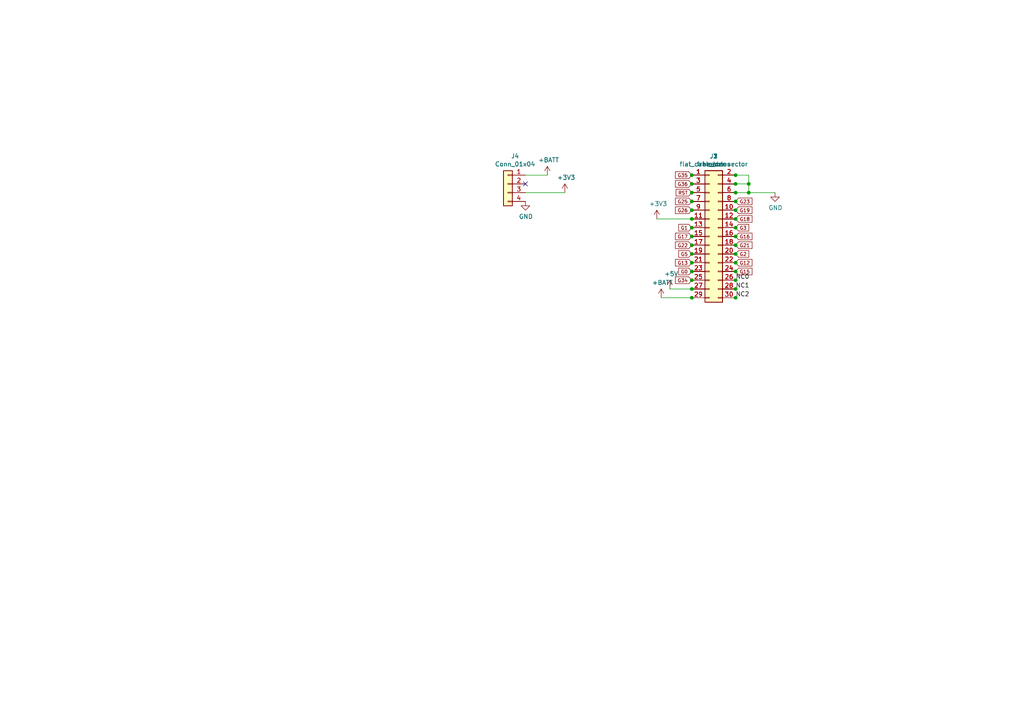
<source format=kicad_sch>
(kicad_sch (version 20230121) (generator eeschema)
  (paper "A4")
  (lib_symbols
    (symbol "Connector_Generic:Conn_01x04" (pin_names (offset 1.016) hide)
      (property "Reference" "J" (at 0 5.08 0))
      (property "Value" "Conn_01x04" (at 0 -7.62 0))
      (symbol "Conn_01x04_1_1"
        (rectangle (start -1.27 -4.953) (end 0 -5.207) (stroke (width 0.1524)))
        (rectangle (start -1.27 -2.413) (end 0 -2.667) (stroke (width 0.1524)))
        (rectangle (start -1.27 0.127) (end 0 -0.127) (stroke (width 0.1524)))
        (rectangle (start -1.27 2.667) (end 0 2.413) (stroke (width 0.1524)))
        (rectangle (start -1.27 3.81) (end 1.27 -6.35) (stroke (width 0.254)) (fill (type background)))
        (pin passive line (at -5.08 2.54 0) (length 3.81) (name "Pin_1") (number "1"))
        (pin passive line (at -5.08 0 0) (length 3.81) (name "Pin_2") (number "2"))
        (pin passive line (at -5.08 -2.54 0) (length 3.81) (name "Pin_3") (number "3"))
        (pin passive line (at -5.08 -5.08 0) (length 3.81) (name "Pin_4") (number "4"))
      )
    )
    (symbol "Connector_Generic:Conn_02x15_Odd_Even" (pin_names (offset 1.016) hide)
      (property "Reference" "J" (at 1.27 20.32 0))
      (property "Value" "Conn_02x15_Odd_Even" (at 1.27 -20.32 0))
      (symbol "Conn_02x15_Odd_Even_1_1"
        (rectangle (start -1.27 -17.653) (end 0 -17.907) (stroke (width 0.1524)))
        (rectangle (start -1.27 -15.113) (end 0 -15.367) (stroke (width 0.1524)))
        (rectangle (start -1.27 -12.573) (end 0 -12.827) (stroke (width 0.1524)))
        (rectangle (start -1.27 -10.033) (end 0 -10.287) (stroke (width 0.1524)))
        (rectangle (start -1.27 -7.493) (end 0 -7.747) (stroke (width 0.1524)))
        (rectangle (start -1.27 -4.953) (end 0 -5.207) (stroke (width 0.1524)))
        (rectangle (start -1.27 -2.413) (end 0 -2.667) (stroke (width 0.1524)))
        (rectangle (start -1.27 0.127) (end 0 -0.127) (stroke (width 0.1524)))
        (rectangle (start -1.27 2.667) (end 0 2.413) (stroke (width 0.1524)))
        (rectangle (start -1.27 5.207) (end 0 4.953) (stroke (width 0.1524)))
        (rectangle (start -1.27 7.747) (end 0 7.493) (stroke (width 0.1524)))
        (rectangle (start -1.27 10.287) (end 0 10.033) (stroke (width 0.1524)))
        (rectangle (start -1.27 12.827) (end 0 12.573) (stroke (width 0.1524)))
        (rectangle (start -1.27 15.367) (end 0 15.113) (stroke (width 0.1524)))
        (rectangle (start -1.27 17.907) (end 0 17.653) (stroke (width 0.1524)))
        (rectangle (start -1.27 19.05) (end 3.81 -19.05) (stroke (width 0.254)) (fill (type background)))
        (rectangle (start 3.81 -17.653) (end 2.54 -17.907) (stroke (width 0.1524)))
        (rectangle (start 3.81 -15.113) (end 2.54 -15.367) (stroke (width 0.1524)))
        (rectangle (start 3.81 -12.573) (end 2.54 -12.827) (stroke (width 0.1524)))
        (rectangle (start 3.81 -10.033) (end 2.54 -10.287) (stroke (width 0.1524)))
        (rectangle (start 3.81 -7.493) (end 2.54 -7.747) (stroke (width 0.1524)))
        (rectangle (start 3.81 -4.953) (end 2.54 -5.207) (stroke (width 0.1524)))
        (rectangle (start 3.81 -2.413) (end 2.54 -2.667) (stroke (width 0.1524)))
        (rectangle (start 3.81 0.127) (end 2.54 -0.127) (stroke (width 0.1524)))
        (rectangle (start 3.81 2.667) (end 2.54 2.413) (stroke (width 0.1524)))
        (rectangle (start 3.81 5.207) (end 2.54 4.953) (stroke (width 0.1524)))
        (rectangle (start 3.81 7.747) (end 2.54 7.493) (stroke (width 0.1524)))
        (rectangle (start 3.81 10.287) (end 2.54 10.033) (stroke (width 0.1524)))
        (rectangle (start 3.81 12.827) (end 2.54 12.573) (stroke (width 0.1524)))
        (rectangle (start 3.81 15.367) (end 2.54 15.113) (stroke (width 0.1524)))
        (rectangle (start 3.81 17.907) (end 2.54 17.653) (stroke (width 0.1524)))
        (pin passive line (at -5.08 17.78 0) (length 3.81) (name "Pin_1") (number "1"))
        (pin passive line (at 7.62 7.62 180) (length 3.81) (name "Pin_10") (number "10"))
        (pin passive line (at -5.08 5.08 0) (length 3.81) (name "Pin_11") (number "11"))
        (pin passive line (at 7.62 5.08 180) (length 3.81) (name "Pin_12") (number "12"))
        (pin passive line (at -5.08 2.54 0) (length 3.81) (name "Pin_13") (number "13"))
        (pin passive line (at 7.62 2.54 180) (length 3.81) (name "Pin_14") (number "14"))
        (pin passive line (at -5.08 0 0) (length 3.81) (name "Pin_15") (number "15"))
        (pin passive line (at 7.62 0 180) (length 3.81) (name "Pin_16") (number "16"))
        (pin passive line (at -5.08 -2.54 0) (length 3.81) (name "Pin_17") (number "17"))
        (pin passive line (at 7.62 -2.54 180) (length 3.81) (name "Pin_18") (number "18"))
        (pin passive line (at -5.08 -5.08 0) (length 3.81) (name "Pin_19") (number "19"))
        (pin passive line (at 7.62 17.78 180) (length 3.81) (name "Pin_2") (number "2"))
        (pin passive line (at 7.62 -5.08 180) (length 3.81) (name "Pin_20") (number "20"))
        (pin passive line (at -5.08 -7.62 0) (length 3.81) (name "Pin_21") (number "21"))
        (pin passive line (at 7.62 -7.62 180) (length 3.81) (name "Pin_22") (number "22"))
        (pin passive line (at -5.08 -10.16 0) (length 3.81) (name "Pin_23") (number "23"))
        (pin passive line (at 7.62 -10.16 180) (length 3.81) (name "Pin_24") (number "24"))
        (pin passive line (at -5.08 -12.7 0) (length 3.81) (name "Pin_25") (number "25"))
        (pin passive line (at 7.62 -12.7 180) (length 3.81) (name "Pin_26") (number "26"))
        (pin passive line (at -5.08 -15.24 0) (length 3.81) (name "Pin_27") (number "27"))
        (pin passive line (at 7.62 -15.24 180) (length 3.81) (name "Pin_28") (number "28"))
        (pin passive line (at -5.08 -17.78 0) (length 3.81) (name "Pin_29") (number "29"))
        (pin passive line (at -5.08 15.24 0) (length 3.81) (name "Pin_3") (number "3"))
        (pin passive line (at 7.62 -17.78 180) (length 3.81) (name "Pin_30") (number "30"))
        (pin passive line (at 7.62 15.24 180) (length 3.81) (name "Pin_4") (number "4"))
        (pin passive line (at -5.08 12.7 0) (length 3.81) (name "Pin_5") (number "5"))
        (pin passive line (at 7.62 12.7 180) (length 3.81) (name "Pin_6") (number "6"))
        (pin passive line (at -5.08 10.16 0) (length 3.81) (name "Pin_7") (number "7"))
        (pin passive line (at 7.62 10.16 180) (length 3.81) (name "Pin_8") (number "8"))
        (pin passive line (at -5.08 7.62 0) (length 3.81) (name "Pin_9") (number "9"))
      )
    )
    (symbol "power:+5V" (power) (pin_names (offset 0))
      (property "Value" "+5V" (at 0 3.556 0))
      (symbol "+5V_0_1"
        (polyline (pts (xy -0.762 1.27) (xy 0 2.54)))
        (polyline (pts (xy 0 0) (xy 0 2.54)))
        (polyline (pts (xy 0 2.54) (xy 0.762 1.27)))
      )
      (symbol "+5V_1_1"
        (pin power_in line (at 0 0 90) (length 0) hide (name "+5V") (number "1"))
      )
    )
    (symbol "power:+BATT" (power) (pin_names (offset 0))
      (property "Value" "+BATT" (at 0 3.556 0))
      (symbol "+BATT_0_1"
        (polyline (pts (xy -0.762 1.27) (xy 0 2.54)))
        (polyline (pts (xy 0 0) (xy 0 2.54)))
        (polyline (pts (xy 0 2.54) (xy 0.762 1.27)))
      )
      (symbol "+BATT_1_1"
        (pin power_in line (at 0 0 90) (length 0) hide (name "+BATT") (number "1"))
      )
    )
    (symbol "power:GND" (power) (pin_names (offset 0))
      (property "Value" "GND" (at 0 -3.81 0))
      (symbol "GND_0_1"
        (polyline (pts (xy 0 0) (xy 0 -1.27) (xy 1.27 -1.27) (xy 0 -2.54) (xy -1.27 -1.27) (xy 0 -1.27)))
      )
      (symbol "GND_1_1"
        (pin power_in line (at 0 0 270) (length 0) hide (name "GND") (number "1"))
      )
    )
    (symbol "top_pcb-rescue:+3.3V-power" (power) (pin_names (offset 0))
      (property "Value" "+3.3V-power" (at 0 3.556 0))
      (symbol "+3.3V-power_0_1"
        (polyline (pts (xy -0.762 1.27) (xy 0 2.54)))
        (polyline (pts (xy 0 0) (xy 0 2.54)))
        (polyline (pts (xy 0 2.54) (xy 0.762 1.27)))
      )
      (symbol "+3.3V-power_1_1"
        (pin power_in line (at 0 0 90) (length 0) hide (name "+3V3") (number "1"))
      )
    )
  )
  (junction (at 217.17 53.34))
  (junction (at 200.66 58.42))
  (junction (at 200.66 78.74))
  (junction (at 213.36 60.96))
  (junction (at 200.66 83.82))
  (junction (at 213.36 78.74))
  (junction (at 213.36 63.5))
  (junction (at 213.36 83.82))
  (junction (at 213.36 68.58))
  (junction (at 213.36 50.8))
  (junction (at 213.36 86.36))
  (junction (at 213.36 71.12))
  (junction (at 200.66 86.36))
  (junction (at 217.17 55.88))
  (junction (at 200.66 73.66))
  (junction (at 200.66 71.12))
  (junction (at 200.66 76.2))
  (junction (at 200.66 55.88))
  (junction (at 200.66 66.04))
  (junction (at 213.36 53.34))
  (junction (at 200.66 81.28))
  (junction (at 213.36 81.28))
  (junction (at 213.36 58.42))
  (junction (at 200.66 63.5))
  (junction (at 213.36 55.88))
  (junction (at 213.36 76.2))
  (junction (at 200.66 53.34))
  (junction (at 200.66 68.58))
  (junction (at 200.66 50.8))
  (junction (at 213.36 73.66))
  (junction (at 200.66 60.96))
  (junction (at 213.36 66.04))
  (no_connect (at 152.4 53.34))
  (wire (pts (xy 158.75 50.8) (xy 152.4 50.8)))
  (wire (pts (xy 200.66 63.5) (xy 190.5 63.5)))
  (wire (pts (xy 200.66 83.82) (xy 194.31 83.82)))
  (wire (pts (xy 213.36 53.34) (xy 217.17 53.34)))
  (wire (pts (xy 217.17 50.8) (xy 217.17 53.34)))
  (wire (pts (xy 213.36 50.8) (xy 217.17 50.8)))
  (wire (pts (xy 217.17 55.88) (xy 224.79 55.88)))
  (wire (pts (xy 191.77 86.36) (xy 200.66 86.36)))
  (wire (pts (xy 152.4 55.88) (xy 163.83 55.88)))
  (wire (pts (xy 213.36 55.88) (xy 217.17 55.88)))
  (wire (pts (xy 217.17 53.34) (xy 217.17 55.88)))
  (label "NC0" (at 213.36 81.28 0))
  (label "NC1" (at 213.36 83.82 0))
  (label "NC2" (at 213.36 86.36 0))
  (global_label "G19" (shape input) (at 213.36 60.96 0) (effects (font (size 0.9906 0.9906))) (property "Intersheetrefs" "${INTERSHEET_REFS}" (effects hide)))
  (global_label "G23" (shape input) (at 213.36 58.42 0) (effects (font (size 0.9906 0.9906))) (property "Intersheetrefs" "${INTERSHEET_REFS}" (effects hide)))
  (global_label "G17" (shape input) (at 200.66 68.58 180) (effects (font (size 0.9906 0.9906))) (property "Intersheetrefs" "${INTERSHEET_REFS}" (effects hide)))
  (global_label "G0" (shape input) (at 200.66 78.74 180) (effects (font (size 0.9906 0.9906))) (property "Intersheetrefs" "${INTERSHEET_REFS}" (effects hide)))
  (global_label "G16" (shape input) (at 213.36 68.58 0) (effects (font (size 0.9906 0.9906))) (property "Intersheetrefs" "${INTERSHEET_REFS}" (effects hide)))
  (global_label "G26" (shape input) (at 200.66 60.96 180) (effects (font (size 0.9906 0.9906))) (property "Intersheetrefs" "${INTERSHEET_REFS}" (effects hide)))
  (global_label "G13" (shape input) (at 200.66 76.2 180) (effects (font (size 0.9906 0.9906))) (property "Intersheetrefs" "${INTERSHEET_REFS}" (effects hide)))
  (global_label "G18" (shape input) (at 213.36 63.5 0) (effects (font (size 0.9906 0.9906))) (property "Intersheetrefs" "${INTERSHEET_REFS}" (effects hide)))
  (global_label "G15" (shape input) (at 213.36 78.74 0) (effects (font (size 0.9906 0.9906))) (property "Intersheetrefs" "${INTERSHEET_REFS}" (effects hide)))
  (global_label "G21" (shape input) (at 213.36 71.12 0) (effects (font (size 0.9906 0.9906))) (property "Intersheetrefs" "${INTERSHEET_REFS}" (effects hide)))
  (global_label "RST" (shape input) (at 200.66 55.88 180) (effects (font (size 0.9906 0.9906))) (property "Intersheetrefs" "${INTERSHEET_REFS}" (effects hide)))
  (global_label "G25" (shape input) (at 200.66 58.42 180) (effects (font (size 0.9906 0.9906))) (property "Intersheetrefs" "${INTERSHEET_REFS}" (effects hide)))
  (global_label "G12" (shape input) (at 213.36 76.2 0) (effects (font (size 0.9906 0.9906))) (property "Intersheetrefs" "${INTERSHEET_REFS}" (effects hide)))
  (global_label "G35" (shape input) (at 200.66 50.8 180) (effects (font (size 0.9906 0.9906))) (property "Intersheetrefs" "${INTERSHEET_REFS}" (effects hide)))
  (global_label "G36" (shape input) (at 200.66 53.34 180) (effects (font (size 0.9906 0.9906))) (property "Intersheetrefs" "${INTERSHEET_REFS}" (effects hide)))
  (global_label "G1" (shape input) (at 200.66 66.04 180) (effects (font (size 0.9906 0.9906))) (property "Intersheetrefs" "${INTERSHEET_REFS}" (effects hide)))
  (global_label "G3" (shape input) (at 213.36 66.04 0) (effects (font (size 0.9906 0.9906))) (property "Intersheetrefs" "${INTERSHEET_REFS}" (effects hide)))
  (global_label "G34" (shape input) (at 200.66 81.28 180) (effects (font (size 0.9906 0.9906))) (property "Intersheetrefs" "${INTERSHEET_REFS}" (effects hide)))
  (global_label "G5" (shape input) (at 200.66 73.66 180) (effects (font (size 0.9906 0.9906))) (property "Intersheetrefs" "${INTERSHEET_REFS}" (effects hide)))
  (global_label "G2" (shape input) (at 213.36 73.66 0) (effects (font (size 0.9906 0.9906))) (property "Intersheetrefs" "${INTERSHEET_REFS}" (effects hide)))
  (global_label "G22" (shape input) (at 200.66 71.12 180) (effects (font (size 0.9906 0.9906))) (property "Intersheetrefs" "${INTERSHEET_REFS}" (effects hide)))
  (symbol (lib_id "Connector_Generic:Conn_02x15_Odd_Even") (at 205.74 68.58 0) (unit 1)
    (property "Reference" "J1" (at 207.01 45.2882 0))
    (property "Value" "flat_cable_connector" (at 207.01 47.5996 0))
    (property "Footprint" "Connector_FFC-FPC:Hirose_FH12-30S-0.5SH_1x30-1MP_P0.50mm_Horizontal" (effects hide))
  )
  (symbol (lib_id "Connector_Generic:Conn_02x15_Odd_Even") (at 205.74 68.58 0) (unit 1)
    (property "Reference" "J2" (at 207.01 45.2882 0))
    (property "Value" "header" (at 207.01 47.5996 0))
    (property "Footprint" "footprints:PinHeader_2x15_P2.54mm_Vertical_SMD_for_M5Stack" (effects hide))
  )
  (symbol (lib_id "power:+5V") (at 194.31 83.82 0) (unit 1)
    (property "Reference" "#PWR0105" (effects hide))
    (property "Value" "+5V" (at 194.691 79.4258 0))
  )
  (symbol (lib_id "power:+BATT") (at 191.77 86.36 0) (unit 1)
    (property "Reference" "#PWR0106" (effects hide))
    (property "Value" "+BATT" (at 192.151 81.9658 0))
  )
  (symbol (lib_id "power:GND") (at 224.79 55.88 0) (unit 1)
    (property "Reference" "#PWR0109" (effects hide))
    (property "Value" "GND" (at 224.917 60.2742 0))
  )
  (symbol (lib_id "top_pcb-rescue:+3.3V-power") (at 190.5 63.5 0) (unit 1)
    (property "Reference" "#PWR0113" (effects hide))
    (property "Value" "+3.3V" (at 190.881 59.1058 0))
  )
  (symbol (lib_id "Connector_Generic:Conn_02x15_Odd_Even") (at 205.74 68.58 0) (unit 1)
    (property "Reference" "J3" (at 207.01 45.2882 0))
    (property "Value" "free_holes" (at 207.01 47.5996 0))
    (property "Footprint" "footprints:PinHeader_1x30_P1.27mm_Vertical_without_silks" (effects hide))
  )
  (symbol (lib_id "Connector_Generic:Conn_01x04") (at 147.32 53.34 0) (mirror y) (unit 1)
    (property "Reference" "J4" (at 149.4028 45.2882 0))
    (property "Value" "Conn_01x04" (at 149.4028 47.5996 0))
    (property "Footprint" "Connector:NS-Tech_Grove_1x04_P2mm_Vertical" (effects hide))
  )
  (symbol (lib_id "power:GND") (at 152.4 58.42 0) (unit 1)
    (property "Reference" "#PWR0101" (effects hide))
    (property "Value" "GND" (at 152.527 62.8142 0))
  )
  (symbol (lib_id "top_pcb-rescue:+3.3V-power") (at 163.83 55.88 0) (unit 1)
    (property "Reference" "#PWR0102" (effects hide))
    (property "Value" "+3.3V" (at 164.211 51.4858 0))
  )
  (symbol (lib_id "power:+BATT") (at 158.75 50.8 0) (unit 1)
    (property "Reference" "#PWR0103" (effects hide))
    (property "Value" "+BATT" (at 159.131 46.4058 0))
  )
)
</source>
